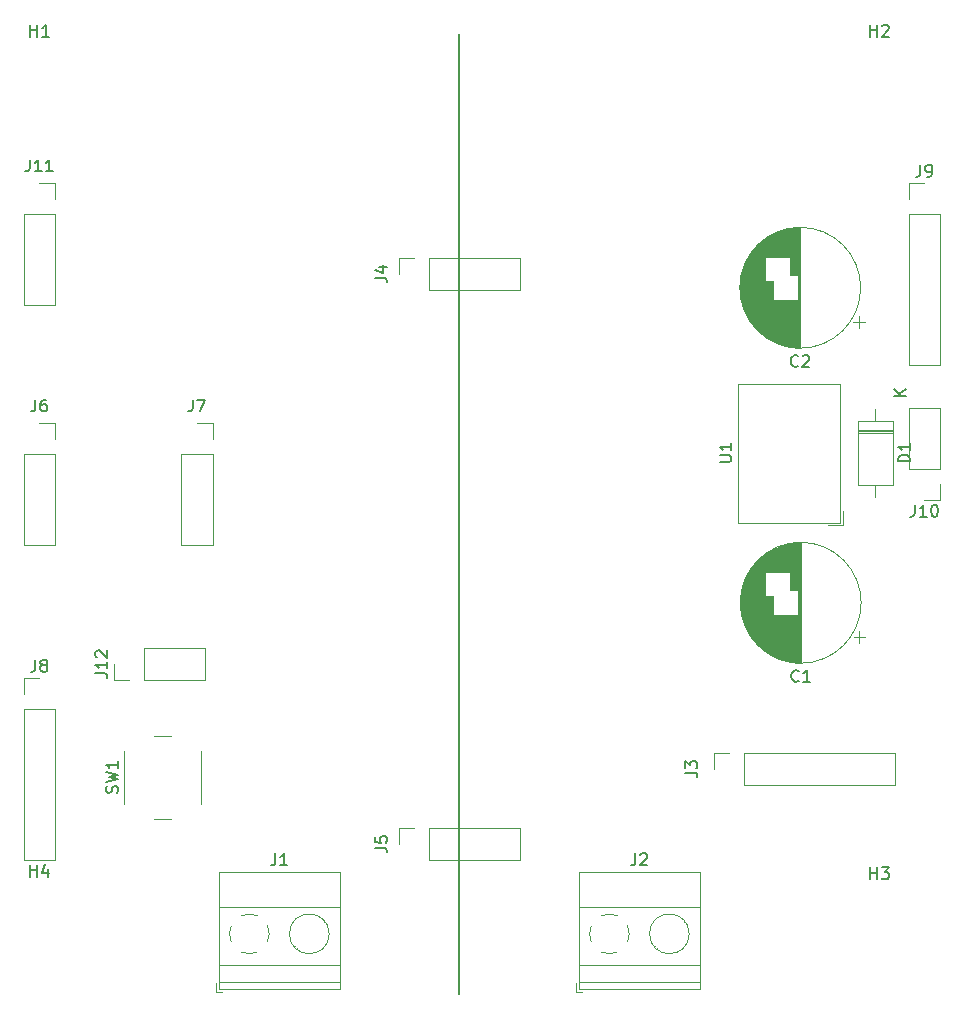
<source format=gto>
G04 #@! TF.GenerationSoftware,KiCad,Pcbnew,6.0.11-2627ca5db0~126~ubuntu20.04.1*
G04 #@! TF.CreationDate,2023-02-19T14:42:03+01:00*
G04 #@! TF.ProjectId,MQTTbug,4d515454-6275-4672-9e6b-696361645f70,rev?*
G04 #@! TF.SameCoordinates,Original*
G04 #@! TF.FileFunction,Legend,Top*
G04 #@! TF.FilePolarity,Positive*
%FSLAX46Y46*%
G04 Gerber Fmt 4.6, Leading zero omitted, Abs format (unit mm)*
G04 Created by KiCad (PCBNEW 6.0.11-2627ca5db0~126~ubuntu20.04.1) date 2023-02-19 14:42:03*
%MOMM*%
%LPD*%
G01*
G04 APERTURE LIST*
%ADD10C,0.150000*%
%ADD11C,0.120000*%
%ADD12R,1.700000X1.700000*%
%ADD13O,1.700000X1.700000*%
%ADD14R,2.200000X2.200000*%
%ADD15O,2.200000X2.200000*%
%ADD16R,2.300000X1.500000*%
%ADD17O,2.300000X1.500000*%
%ADD18C,2.000000*%
%ADD19R,2.600000X2.600000*%
%ADD20C,2.600000*%
%ADD21R,1.600000X1.600000*%
%ADD22C,1.600000*%
%ADD23C,4.300000*%
%ADD24O,1.600000X1.600000*%
%ADD25R,1.560000X1.560000*%
%ADD26C,1.560000*%
G04 APERTURE END LIST*
D10*
X93980000Y-53340000D02*
X93980000Y-134620000D01*
X58086666Y-84312380D02*
X58086666Y-85026666D01*
X58039047Y-85169523D01*
X57943809Y-85264761D01*
X57800952Y-85312380D01*
X57705714Y-85312380D01*
X58991428Y-84312380D02*
X58800952Y-84312380D01*
X58705714Y-84360000D01*
X58658095Y-84407619D01*
X58562857Y-84550476D01*
X58515238Y-84740952D01*
X58515238Y-85121904D01*
X58562857Y-85217142D01*
X58610476Y-85264761D01*
X58705714Y-85312380D01*
X58896190Y-85312380D01*
X58991428Y-85264761D01*
X59039047Y-85217142D01*
X59086666Y-85121904D01*
X59086666Y-84883809D01*
X59039047Y-84788571D01*
X58991428Y-84740952D01*
X58896190Y-84693333D01*
X58705714Y-84693333D01*
X58610476Y-84740952D01*
X58562857Y-84788571D01*
X58515238Y-84883809D01*
X132129880Y-89545095D02*
X131129880Y-89545095D01*
X131129880Y-89307000D01*
X131177500Y-89164142D01*
X131272738Y-89068904D01*
X131367976Y-89021285D01*
X131558452Y-88973666D01*
X131701309Y-88973666D01*
X131891785Y-89021285D01*
X131987023Y-89068904D01*
X132082261Y-89164142D01*
X132129880Y-89307000D01*
X132129880Y-89545095D01*
X132129880Y-88021285D02*
X132129880Y-88592714D01*
X132129880Y-88307000D02*
X131129880Y-88307000D01*
X131272738Y-88402238D01*
X131367976Y-88497476D01*
X131415595Y-88592714D01*
X131759880Y-83988904D02*
X130759880Y-83988904D01*
X131759880Y-83417476D02*
X131188452Y-83846047D01*
X130759880Y-83417476D02*
X131331309Y-83988904D01*
X116019880Y-89568904D02*
X116829404Y-89568904D01*
X116924642Y-89521285D01*
X116972261Y-89473666D01*
X117019880Y-89378428D01*
X117019880Y-89187952D01*
X116972261Y-89092714D01*
X116924642Y-89045095D01*
X116829404Y-88997476D01*
X116019880Y-88997476D01*
X117019880Y-87997476D02*
X117019880Y-88568904D01*
X117019880Y-88283190D02*
X116019880Y-88283190D01*
X116162738Y-88378428D01*
X116257976Y-88473666D01*
X116305595Y-88568904D01*
X65009761Y-117613333D02*
X65057380Y-117470476D01*
X65057380Y-117232380D01*
X65009761Y-117137142D01*
X64962142Y-117089523D01*
X64866904Y-117041904D01*
X64771666Y-117041904D01*
X64676428Y-117089523D01*
X64628809Y-117137142D01*
X64581190Y-117232380D01*
X64533571Y-117422857D01*
X64485952Y-117518095D01*
X64438333Y-117565714D01*
X64343095Y-117613333D01*
X64247857Y-117613333D01*
X64152619Y-117565714D01*
X64105000Y-117518095D01*
X64057380Y-117422857D01*
X64057380Y-117184761D01*
X64105000Y-117041904D01*
X64057380Y-116708571D02*
X65057380Y-116470476D01*
X64343095Y-116280000D01*
X65057380Y-116089523D01*
X64057380Y-115851428D01*
X65057380Y-114946666D02*
X65057380Y-115518095D01*
X65057380Y-115232380D02*
X64057380Y-115232380D01*
X64200238Y-115327619D01*
X64295476Y-115422857D01*
X64343095Y-115518095D01*
X58086666Y-106342380D02*
X58086666Y-107056666D01*
X58039047Y-107199523D01*
X57943809Y-107294761D01*
X57800952Y-107342380D01*
X57705714Y-107342380D01*
X58705714Y-106770952D02*
X58610476Y-106723333D01*
X58562857Y-106675714D01*
X58515238Y-106580476D01*
X58515238Y-106532857D01*
X58562857Y-106437619D01*
X58610476Y-106390000D01*
X58705714Y-106342380D01*
X58896190Y-106342380D01*
X58991428Y-106390000D01*
X59039047Y-106437619D01*
X59086666Y-106532857D01*
X59086666Y-106580476D01*
X59039047Y-106675714D01*
X58991428Y-106723333D01*
X58896190Y-106770952D01*
X58705714Y-106770952D01*
X58610476Y-106818571D01*
X58562857Y-106866190D01*
X58515238Y-106961428D01*
X58515238Y-107151904D01*
X58562857Y-107247142D01*
X58610476Y-107294761D01*
X58705714Y-107342380D01*
X58896190Y-107342380D01*
X58991428Y-107294761D01*
X59039047Y-107247142D01*
X59086666Y-107151904D01*
X59086666Y-106961428D01*
X59039047Y-106866190D01*
X58991428Y-106818571D01*
X58896190Y-106770952D01*
X133016666Y-64432380D02*
X133016666Y-65146666D01*
X132969047Y-65289523D01*
X132873809Y-65384761D01*
X132730952Y-65432380D01*
X132635714Y-65432380D01*
X133540476Y-65432380D02*
X133730952Y-65432380D01*
X133826190Y-65384761D01*
X133873809Y-65337142D01*
X133969047Y-65194285D01*
X134016666Y-65003809D01*
X134016666Y-64622857D01*
X133969047Y-64527619D01*
X133921428Y-64480000D01*
X133826190Y-64432380D01*
X133635714Y-64432380D01*
X133540476Y-64480000D01*
X133492857Y-64527619D01*
X133445238Y-64622857D01*
X133445238Y-64860952D01*
X133492857Y-64956190D01*
X133540476Y-65003809D01*
X133635714Y-65051428D01*
X133826190Y-65051428D01*
X133921428Y-65003809D01*
X133969047Y-64956190D01*
X134016666Y-64860952D01*
X113117380Y-115903333D02*
X113831666Y-115903333D01*
X113974523Y-115950952D01*
X114069761Y-116046190D01*
X114117380Y-116189047D01*
X114117380Y-116284285D01*
X113117380Y-115522380D02*
X113117380Y-114903333D01*
X113498333Y-115236666D01*
X113498333Y-115093809D01*
X113545952Y-114998571D01*
X113593571Y-114950952D01*
X113688809Y-114903333D01*
X113926904Y-114903333D01*
X114022142Y-114950952D01*
X114069761Y-114998571D01*
X114117380Y-115093809D01*
X114117380Y-115379523D01*
X114069761Y-115474761D01*
X114022142Y-115522380D01*
X78401666Y-122732380D02*
X78401666Y-123446666D01*
X78354047Y-123589523D01*
X78258809Y-123684761D01*
X78115952Y-123732380D01*
X78020714Y-123732380D01*
X79401666Y-123732380D02*
X78830238Y-123732380D01*
X79115952Y-123732380D02*
X79115952Y-122732380D01*
X79020714Y-122875238D01*
X78925476Y-122970476D01*
X78830238Y-123018095D01*
X122670833Y-81444142D02*
X122623214Y-81491761D01*
X122480357Y-81539380D01*
X122385119Y-81539380D01*
X122242261Y-81491761D01*
X122147023Y-81396523D01*
X122099404Y-81301285D01*
X122051785Y-81110809D01*
X122051785Y-80967952D01*
X122099404Y-80777476D01*
X122147023Y-80682238D01*
X122242261Y-80587000D01*
X122385119Y-80539380D01*
X122480357Y-80539380D01*
X122623214Y-80587000D01*
X122670833Y-80634619D01*
X123051785Y-80634619D02*
X123099404Y-80587000D01*
X123194642Y-80539380D01*
X123432738Y-80539380D01*
X123527976Y-80587000D01*
X123575595Y-80634619D01*
X123623214Y-80729857D01*
X123623214Y-80825095D01*
X123575595Y-80967952D01*
X123004166Y-81539380D01*
X123623214Y-81539380D01*
X57658095Y-124692380D02*
X57658095Y-123692380D01*
X57658095Y-124168571D02*
X58229523Y-124168571D01*
X58229523Y-124692380D02*
X58229523Y-123692380D01*
X59134285Y-124025714D02*
X59134285Y-124692380D01*
X58896190Y-123644761D02*
X58658095Y-124359047D01*
X59277142Y-124359047D01*
X57658095Y-53572380D02*
X57658095Y-52572380D01*
X57658095Y-53048571D02*
X58229523Y-53048571D01*
X58229523Y-53572380D02*
X58229523Y-52572380D01*
X59229523Y-53572380D02*
X58658095Y-53572380D01*
X58943809Y-53572380D02*
X58943809Y-52572380D01*
X58848571Y-52715238D01*
X58753333Y-52810476D01*
X58658095Y-52858095D01*
X57610476Y-63992380D02*
X57610476Y-64706666D01*
X57562857Y-64849523D01*
X57467619Y-64944761D01*
X57324761Y-64992380D01*
X57229523Y-64992380D01*
X58610476Y-64992380D02*
X58039047Y-64992380D01*
X58324761Y-64992380D02*
X58324761Y-63992380D01*
X58229523Y-64135238D01*
X58134285Y-64230476D01*
X58039047Y-64278095D01*
X59562857Y-64992380D02*
X58991428Y-64992380D01*
X59277142Y-64992380D02*
X59277142Y-63992380D01*
X59181904Y-64135238D01*
X59086666Y-64230476D01*
X58991428Y-64278095D01*
X128778095Y-124912380D02*
X128778095Y-123912380D01*
X128778095Y-124388571D02*
X129349523Y-124388571D01*
X129349523Y-124912380D02*
X129349523Y-123912380D01*
X129730476Y-123912380D02*
X130349523Y-123912380D01*
X130016190Y-124293333D01*
X130159047Y-124293333D01*
X130254285Y-124340952D01*
X130301904Y-124388571D01*
X130349523Y-124483809D01*
X130349523Y-124721904D01*
X130301904Y-124817142D01*
X130254285Y-124864761D01*
X130159047Y-124912380D01*
X129873333Y-124912380D01*
X129778095Y-124864761D01*
X129730476Y-124817142D01*
X86852380Y-73993333D02*
X87566666Y-73993333D01*
X87709523Y-74040952D01*
X87804761Y-74136190D01*
X87852380Y-74279047D01*
X87852380Y-74374285D01*
X87185714Y-73088571D02*
X87852380Y-73088571D01*
X86804761Y-73326666D02*
X87519047Y-73564761D01*
X87519047Y-72945714D01*
X86852380Y-122253333D02*
X87566666Y-122253333D01*
X87709523Y-122300952D01*
X87804761Y-122396190D01*
X87852380Y-122539047D01*
X87852380Y-122634285D01*
X86852380Y-121300952D02*
X86852380Y-121777142D01*
X87328571Y-121824761D01*
X87280952Y-121777142D01*
X87233333Y-121681904D01*
X87233333Y-121443809D01*
X87280952Y-121348571D01*
X87328571Y-121300952D01*
X87423809Y-121253333D01*
X87661904Y-121253333D01*
X87757142Y-121300952D01*
X87804761Y-121348571D01*
X87852380Y-121443809D01*
X87852380Y-121681904D01*
X87804761Y-121777142D01*
X87757142Y-121824761D01*
X63162380Y-107489523D02*
X63876666Y-107489523D01*
X64019523Y-107537142D01*
X64114761Y-107632380D01*
X64162380Y-107775238D01*
X64162380Y-107870476D01*
X64162380Y-106489523D02*
X64162380Y-107060952D01*
X64162380Y-106775238D02*
X63162380Y-106775238D01*
X63305238Y-106870476D01*
X63400476Y-106965714D01*
X63448095Y-107060952D01*
X63257619Y-106108571D02*
X63210000Y-106060952D01*
X63162380Y-105965714D01*
X63162380Y-105727619D01*
X63210000Y-105632380D01*
X63257619Y-105584761D01*
X63352857Y-105537142D01*
X63448095Y-105537142D01*
X63590952Y-105584761D01*
X64162380Y-106156190D01*
X64162380Y-105537142D01*
X122710833Y-108114142D02*
X122663214Y-108161761D01*
X122520357Y-108209380D01*
X122425119Y-108209380D01*
X122282261Y-108161761D01*
X122187023Y-108066523D01*
X122139404Y-107971285D01*
X122091785Y-107780809D01*
X122091785Y-107637952D01*
X122139404Y-107447476D01*
X122187023Y-107352238D01*
X122282261Y-107257000D01*
X122425119Y-107209380D01*
X122520357Y-107209380D01*
X122663214Y-107257000D01*
X122710833Y-107304619D01*
X123663214Y-108209380D02*
X123091785Y-108209380D01*
X123377500Y-108209380D02*
X123377500Y-107209380D01*
X123282261Y-107352238D01*
X123187023Y-107447476D01*
X123091785Y-107495095D01*
X128778095Y-53572380D02*
X128778095Y-52572380D01*
X128778095Y-53048571D02*
X129349523Y-53048571D01*
X129349523Y-53572380D02*
X129349523Y-52572380D01*
X129778095Y-52667619D02*
X129825714Y-52620000D01*
X129920952Y-52572380D01*
X130159047Y-52572380D01*
X130254285Y-52620000D01*
X130301904Y-52667619D01*
X130349523Y-52762857D01*
X130349523Y-52858095D01*
X130301904Y-53000952D01*
X129730476Y-53572380D01*
X130349523Y-53572380D01*
X108886666Y-122732380D02*
X108886666Y-123446666D01*
X108839047Y-123589523D01*
X108743809Y-123684761D01*
X108600952Y-123732380D01*
X108505714Y-123732380D01*
X109315238Y-122827619D02*
X109362857Y-122780000D01*
X109458095Y-122732380D01*
X109696190Y-122732380D01*
X109791428Y-122780000D01*
X109839047Y-122827619D01*
X109886666Y-122922857D01*
X109886666Y-123018095D01*
X109839047Y-123160952D01*
X109267619Y-123732380D01*
X109886666Y-123732380D01*
X71421666Y-84312380D02*
X71421666Y-85026666D01*
X71374047Y-85169523D01*
X71278809Y-85264761D01*
X71135952Y-85312380D01*
X71040714Y-85312380D01*
X71802619Y-84312380D02*
X72469285Y-84312380D01*
X72040714Y-85312380D01*
X132540476Y-93222380D02*
X132540476Y-93936666D01*
X132492857Y-94079523D01*
X132397619Y-94174761D01*
X132254761Y-94222380D01*
X132159523Y-94222380D01*
X133540476Y-94222380D02*
X132969047Y-94222380D01*
X133254761Y-94222380D02*
X133254761Y-93222380D01*
X133159523Y-93365238D01*
X133064285Y-93460476D01*
X132969047Y-93508095D01*
X134159523Y-93222380D02*
X134254761Y-93222380D01*
X134350000Y-93270000D01*
X134397619Y-93317619D01*
X134445238Y-93412857D01*
X134492857Y-93603333D01*
X134492857Y-93841428D01*
X134445238Y-94031904D01*
X134397619Y-94127142D01*
X134350000Y-94174761D01*
X134254761Y-94222380D01*
X134159523Y-94222380D01*
X134064285Y-94174761D01*
X134016666Y-94127142D01*
X133969047Y-94031904D01*
X133921428Y-93841428D01*
X133921428Y-93603333D01*
X133969047Y-93412857D01*
X134016666Y-93317619D01*
X134064285Y-93270000D01*
X134159523Y-93222380D01*
D11*
X57090000Y-88900000D02*
X59750000Y-88900000D01*
X57090000Y-96580000D02*
X59750000Y-96580000D01*
X59750000Y-88900000D02*
X59750000Y-96580000D01*
X59750000Y-86300000D02*
X59750000Y-87630000D01*
X57090000Y-88900000D02*
X57090000Y-96580000D01*
X58420000Y-86300000D02*
X59750000Y-86300000D01*
X130677500Y-86867000D02*
X127737500Y-86867000D01*
X130677500Y-87107000D02*
X127737500Y-87107000D01*
X130677500Y-86087000D02*
X127737500Y-86087000D01*
X130677500Y-86987000D02*
X127737500Y-86987000D01*
X129207500Y-85067000D02*
X129207500Y-86087000D01*
X130677500Y-91527000D02*
X130677500Y-86087000D01*
X129207500Y-92547000D02*
X129207500Y-91527000D01*
X127737500Y-86087000D02*
X127737500Y-91527000D01*
X127737500Y-91527000D02*
X130677500Y-91527000D01*
X117567500Y-94718000D02*
X126187500Y-94718000D01*
X125187500Y-94958000D02*
X126427500Y-94958000D01*
X126427500Y-94958000D02*
X126427500Y-93718000D01*
X117567500Y-94718000D02*
X117567500Y-82997000D01*
X117567500Y-82997000D02*
X126187500Y-82997000D01*
X126187500Y-94718000D02*
X126187500Y-82997000D01*
X68105000Y-119780000D02*
X69605000Y-119780000D01*
X65605000Y-114030000D02*
X65605000Y-118530000D01*
X72105000Y-118530000D02*
X72105000Y-114030000D01*
X69605000Y-112780000D02*
X68105000Y-112780000D01*
X57090000Y-107890000D02*
X58420000Y-107890000D01*
X57090000Y-110490000D02*
X59750000Y-110490000D01*
X57090000Y-109220000D02*
X57090000Y-107890000D01*
X57090000Y-123250000D02*
X59750000Y-123250000D01*
X59750000Y-110490000D02*
X59750000Y-123250000D01*
X57090000Y-110490000D02*
X57090000Y-123250000D01*
X132020000Y-68580000D02*
X132020000Y-81340000D01*
X132020000Y-81340000D02*
X134680000Y-81340000D01*
X134680000Y-68580000D02*
X134680000Y-81340000D01*
X132020000Y-68580000D02*
X134680000Y-68580000D01*
X132020000Y-65980000D02*
X133350000Y-65980000D01*
X132020000Y-67310000D02*
X132020000Y-65980000D01*
X118110000Y-114240000D02*
X130870000Y-114240000D01*
X115510000Y-115570000D02*
X115510000Y-114240000D01*
X118110000Y-116900000D02*
X130870000Y-116900000D01*
X130870000Y-116900000D02*
X130870000Y-114240000D01*
X118110000Y-116900000D02*
X118110000Y-114240000D01*
X115510000Y-114240000D02*
X116840000Y-114240000D01*
X73595000Y-134200000D02*
X83875000Y-134200000D01*
X73595000Y-132140000D02*
X83875000Y-132140000D01*
X73595000Y-124279000D02*
X73595000Y-134200000D01*
X73595000Y-127239000D02*
X83875000Y-127239000D01*
X83875000Y-124279000D02*
X83875000Y-134200000D01*
X73355000Y-133700000D02*
X73355000Y-134440000D01*
X73595000Y-133640000D02*
X83875000Y-133640000D01*
X80241000Y-130779000D02*
X80206000Y-130814000D01*
X82550000Y-128471000D02*
X82503000Y-128517000D01*
X80048000Y-130563000D02*
X80001000Y-130609000D01*
X73355000Y-134440000D02*
X73855000Y-134440000D01*
X73595000Y-124279000D02*
X83875000Y-124279000D01*
X82345000Y-128265000D02*
X82310000Y-128301000D01*
X76195000Y-131220000D02*
G75*
G03*
X76878318Y-131074756I0J1680000D01*
G01*
X75511000Y-131075000D02*
G75*
G03*
X76223805Y-131220253I683999J1535001D01*
G01*
X74660000Y-128856000D02*
G75*
G03*
X74659573Y-130223042I1534993J-684001D01*
G01*
X76879000Y-128005000D02*
G75*
G03*
X75511958Y-128004573I-684001J-1534993D01*
G01*
X77730001Y-130224000D02*
G75*
G03*
X77730427Y-128856958I-1535001J684000D01*
G01*
X82955000Y-129540000D02*
G75*
G03*
X82955000Y-129540000I-1680000J0D01*
G01*
X119796500Y-78917000D02*
X119796500Y-70757000D01*
X119196500Y-78398000D02*
X119196500Y-71276000D01*
X119476500Y-78661000D02*
X119476500Y-71013000D01*
X120916500Y-79544000D02*
X120916500Y-75877000D01*
X121756500Y-79802000D02*
X121756500Y-75877000D01*
X121716500Y-79793000D02*
X121716500Y-75877000D01*
X120436500Y-72197000D02*
X120436500Y-70354000D01*
X122036500Y-73797000D02*
X122036500Y-69819000D01*
X120316500Y-72197000D02*
X120316500Y-70420000D01*
X119396500Y-78590000D02*
X119396500Y-71084000D01*
X119316500Y-78516000D02*
X119316500Y-71158000D01*
X120956500Y-72197000D02*
X120956500Y-70114000D01*
X120596500Y-79401000D02*
X120596500Y-75877000D01*
X121596500Y-79765000D02*
X121596500Y-75877000D01*
X120116500Y-72197000D02*
X120116500Y-70539000D01*
X119916500Y-79003000D02*
X119916500Y-74277000D01*
X120316500Y-79254000D02*
X120316500Y-74277000D01*
X121076500Y-79605000D02*
X121076500Y-75877000D01*
X120236500Y-72197000D02*
X120236500Y-70466000D01*
X119276500Y-78477000D02*
X119276500Y-71197000D01*
X121276500Y-79674000D02*
X121276500Y-75877000D01*
X121796500Y-79811000D02*
X121796500Y-75877000D01*
X121956500Y-79841000D02*
X121956500Y-75877000D01*
X117916500Y-76215000D02*
X117916500Y-73459000D01*
X122317500Y-73797000D02*
X122317500Y-69783000D01*
X118756500Y-77891000D02*
X118756500Y-71783000D01*
X121876500Y-72197000D02*
X121876500Y-69847000D01*
X120196500Y-79184000D02*
X120196500Y-74277000D01*
X120876500Y-79527000D02*
X120876500Y-75877000D01*
X121756500Y-72197000D02*
X121756500Y-69872000D01*
X119876500Y-78975000D02*
X119876500Y-74277000D01*
X121236500Y-79661000D02*
X121236500Y-75877000D01*
X128317146Y-77712000D02*
X127317146Y-77712000D01*
X118356500Y-77276000D02*
X118356500Y-72398000D01*
X121316500Y-72197000D02*
X121316500Y-69987000D01*
X120636500Y-72197000D02*
X120636500Y-70253000D01*
X122637500Y-79914000D02*
X122637500Y-69760000D01*
X117956500Y-76347000D02*
X117956500Y-73327000D01*
X122076500Y-73797000D02*
X122076500Y-69813000D01*
X117876500Y-76067000D02*
X117876500Y-73607000D01*
X119876500Y-72197000D02*
X119876500Y-70699000D01*
X119036500Y-78229000D02*
X119036500Y-71445000D01*
X120556500Y-79382000D02*
X120556500Y-75877000D01*
X121996500Y-73797000D02*
X121996500Y-69826000D01*
X121556500Y-72197000D02*
X121556500Y-69919000D01*
X119236500Y-78438000D02*
X119236500Y-71236000D01*
X119356500Y-78553000D02*
X119356500Y-71121000D01*
X119676500Y-78826000D02*
X119676500Y-70848000D01*
X122677500Y-79915000D02*
X122677500Y-69759000D01*
X121156500Y-79634000D02*
X121156500Y-75877000D01*
X119916500Y-72197000D02*
X119916500Y-70671000D01*
X120196500Y-72197000D02*
X120196500Y-70490000D01*
X122357500Y-79895000D02*
X122357500Y-75877000D01*
X121036500Y-79591000D02*
X121036500Y-75877000D01*
X121156500Y-72197000D02*
X121156500Y-70040000D01*
X120396500Y-72197000D02*
X120396500Y-70375000D01*
X119116500Y-78315000D02*
X119116500Y-71359000D01*
X120836500Y-79511000D02*
X120836500Y-75877000D01*
X118276500Y-77126000D02*
X118276500Y-72548000D01*
X122116500Y-79867000D02*
X122116500Y-75877000D01*
X119956500Y-72197000D02*
X119956500Y-70643000D01*
X120996500Y-72197000D02*
X120996500Y-70099000D01*
X120796500Y-79494000D02*
X120796500Y-75877000D01*
X122597500Y-73797000D02*
X122597500Y-69762000D01*
X118316500Y-77202000D02*
X118316500Y-72472000D01*
X122557500Y-73797000D02*
X122557500Y-69764000D01*
X121116500Y-72197000D02*
X121116500Y-70054000D01*
X119076500Y-78273000D02*
X119076500Y-71401000D01*
X118916500Y-78091000D02*
X118916500Y-71583000D01*
X118116500Y-76781000D02*
X118116500Y-72893000D01*
X122237500Y-79882000D02*
X122237500Y-75877000D01*
X119556500Y-78729000D02*
X119556500Y-70945000D01*
X118476500Y-77482000D02*
X118476500Y-72192000D01*
X121076500Y-72197000D02*
X121076500Y-70069000D01*
X122157500Y-73797000D02*
X122157500Y-69802000D01*
X120036500Y-79084000D02*
X120036500Y-74277000D01*
X120276500Y-79232000D02*
X120276500Y-74277000D01*
X120756500Y-72197000D02*
X120756500Y-70198000D01*
X122757500Y-79917000D02*
X122757500Y-69757000D01*
X121956500Y-73797000D02*
X121956500Y-69833000D01*
X119516500Y-78695000D02*
X119516500Y-70979000D01*
X121836500Y-72197000D02*
X121836500Y-69855000D01*
X119596500Y-78762000D02*
X119596500Y-70912000D01*
X120836500Y-72197000D02*
X120836500Y-70163000D01*
X120956500Y-79560000D02*
X120956500Y-75877000D01*
X117796500Y-75699000D02*
X117796500Y-73975000D01*
X122197500Y-79877000D02*
X122197500Y-75877000D01*
X119636500Y-78794000D02*
X119636500Y-70880000D01*
X122437500Y-73797000D02*
X122437500Y-69772000D01*
X121476500Y-79734000D02*
X121476500Y-75877000D01*
X120996500Y-79575000D02*
X120996500Y-75877000D01*
X122717500Y-79916000D02*
X122717500Y-69758000D01*
X121476500Y-72197000D02*
X121476500Y-69940000D01*
X118156500Y-76874000D02*
X118156500Y-72800000D01*
X121356500Y-79699000D02*
X121356500Y-75877000D01*
X118036500Y-76579000D02*
X118036500Y-73095000D01*
X122477500Y-73797000D02*
X122477500Y-69769000D01*
X120076500Y-72197000D02*
X120076500Y-70564000D01*
X118956500Y-78138000D02*
X118956500Y-71536000D01*
X118716500Y-77837000D02*
X118716500Y-71837000D01*
X120716500Y-79458000D02*
X120716500Y-75877000D01*
X120036500Y-72197000D02*
X120036500Y-70590000D01*
X118996500Y-78184000D02*
X118996500Y-71490000D01*
X120556500Y-72197000D02*
X120556500Y-70292000D01*
X120636500Y-79421000D02*
X120636500Y-75877000D01*
X118076500Y-76683000D02*
X118076500Y-72991000D01*
X121996500Y-79848000D02*
X121996500Y-75877000D01*
X120156500Y-79160000D02*
X120156500Y-74277000D01*
X121516500Y-72197000D02*
X121516500Y-69930000D01*
X122116500Y-73797000D02*
X122116500Y-69807000D01*
X121636500Y-79775000D02*
X121636500Y-75877000D01*
X122237500Y-73797000D02*
X122237500Y-69792000D01*
X122517500Y-79907000D02*
X122517500Y-75877000D01*
X120276500Y-72197000D02*
X120276500Y-70442000D01*
X118556500Y-77607000D02*
X118556500Y-72067000D01*
X121596500Y-72197000D02*
X121596500Y-69909000D01*
X118396500Y-77347000D02*
X118396500Y-72327000D01*
X122357500Y-73797000D02*
X122357500Y-69779000D01*
X120596500Y-72197000D02*
X120596500Y-70273000D01*
X121556500Y-79755000D02*
X121556500Y-75877000D01*
X121436500Y-79722000D02*
X121436500Y-75877000D01*
X120756500Y-79476000D02*
X120756500Y-75877000D01*
X121196500Y-79648000D02*
X121196500Y-75877000D01*
X121916500Y-72197000D02*
X121916500Y-69840000D01*
X122157500Y-79872000D02*
X122157500Y-75877000D01*
X117996500Y-76467000D02*
X117996500Y-73207000D01*
X122197500Y-73797000D02*
X122197500Y-69797000D01*
X120676500Y-72197000D02*
X120676500Y-70234000D01*
X120516500Y-72197000D02*
X120516500Y-70312000D01*
X120796500Y-72197000D02*
X120796500Y-70180000D01*
X119836500Y-78947000D02*
X119836500Y-70727000D01*
X120116500Y-79135000D02*
X120116500Y-74277000D01*
X121236500Y-72197000D02*
X121236500Y-70013000D01*
X118196500Y-76962000D02*
X118196500Y-72712000D01*
X122277500Y-73797000D02*
X122277500Y-69787000D01*
X122036500Y-79855000D02*
X122036500Y-75877000D01*
X121516500Y-79744000D02*
X121516500Y-75877000D01*
X120356500Y-79277000D02*
X120356500Y-74277000D01*
X121396500Y-79711000D02*
X121396500Y-75877000D01*
X118236500Y-77046000D02*
X118236500Y-72628000D01*
X120356500Y-72197000D02*
X120356500Y-70397000D01*
X122557500Y-79910000D02*
X122557500Y-75877000D01*
X121876500Y-79827000D02*
X121876500Y-75877000D01*
X121396500Y-72197000D02*
X121396500Y-69963000D01*
X120676500Y-79440000D02*
X120676500Y-75877000D01*
X122517500Y-73797000D02*
X122517500Y-69767000D01*
X122397500Y-73797000D02*
X122397500Y-69775000D01*
X122397500Y-79899000D02*
X122397500Y-75877000D01*
X121276500Y-72197000D02*
X121276500Y-70000000D01*
X121356500Y-72197000D02*
X121356500Y-69975000D01*
X121836500Y-79819000D02*
X121836500Y-75877000D01*
X118876500Y-78043000D02*
X118876500Y-71631000D01*
X119996500Y-72197000D02*
X119996500Y-70616000D01*
X121796500Y-72197000D02*
X121796500Y-69863000D01*
X121676500Y-72197000D02*
X121676500Y-69890000D01*
X121676500Y-79784000D02*
X121676500Y-75877000D01*
X120876500Y-72197000D02*
X120876500Y-70147000D01*
X118596500Y-77667000D02*
X118596500Y-72007000D01*
X121116500Y-79620000D02*
X121116500Y-75877000D01*
X120716500Y-72197000D02*
X120716500Y-70216000D01*
X117756500Y-75436000D02*
X117756500Y-74238000D01*
X122277500Y-79887000D02*
X122277500Y-75877000D01*
X120916500Y-72197000D02*
X120916500Y-70130000D01*
X120516500Y-79362000D02*
X120516500Y-74277000D01*
X120436500Y-79320000D02*
X120436500Y-74277000D01*
X120156500Y-72197000D02*
X120156500Y-70514000D01*
X119156500Y-78357000D02*
X119156500Y-71317000D01*
X118796500Y-77943000D02*
X118796500Y-71731000D01*
X120236500Y-79208000D02*
X120236500Y-74277000D01*
X118516500Y-77546000D02*
X118516500Y-72128000D01*
X119436500Y-78626000D02*
X119436500Y-71048000D01*
X120476500Y-72197000D02*
X120476500Y-70333000D01*
X121916500Y-79834000D02*
X121916500Y-75877000D01*
X127817146Y-78212000D02*
X127817146Y-77212000D01*
X122437500Y-79902000D02*
X122437500Y-75877000D01*
X121196500Y-72197000D02*
X121196500Y-70026000D01*
X122837500Y-79917000D02*
X122837500Y-69757000D01*
X121716500Y-72197000D02*
X121716500Y-69881000D01*
X122076500Y-79861000D02*
X122076500Y-75877000D01*
X122797500Y-79917000D02*
X122797500Y-69757000D01*
X120076500Y-79110000D02*
X120076500Y-74277000D01*
X122317500Y-79891000D02*
X122317500Y-75877000D01*
X121316500Y-79687000D02*
X121316500Y-75877000D01*
X120476500Y-79341000D02*
X120476500Y-74277000D01*
X119996500Y-79058000D02*
X119996500Y-74277000D01*
X120396500Y-79299000D02*
X120396500Y-74277000D01*
X121436500Y-72197000D02*
X121436500Y-69952000D01*
X118676500Y-77782000D02*
X118676500Y-71892000D01*
X121636500Y-72197000D02*
X121636500Y-69899000D01*
X118636500Y-77726000D02*
X118636500Y-71948000D01*
X118836500Y-77993000D02*
X118836500Y-71681000D01*
X119756500Y-78887000D02*
X119756500Y-70787000D01*
X118436500Y-77416000D02*
X118436500Y-72258000D01*
X122597500Y-79912000D02*
X122597500Y-75877000D01*
X119956500Y-79031000D02*
X119956500Y-74277000D01*
X117836500Y-75899000D02*
X117836500Y-73775000D01*
X119716500Y-78857000D02*
X119716500Y-70817000D01*
X121036500Y-72197000D02*
X121036500Y-70083000D01*
X122477500Y-79905000D02*
X122477500Y-75877000D01*
X127957500Y-74837000D02*
G75*
G03*
X127957500Y-74837000I-5120000J0D01*
G01*
X58420000Y-65980000D02*
X59750000Y-65980000D01*
X57090000Y-76260000D02*
X59750000Y-76260000D01*
X57090000Y-68580000D02*
X57090000Y-76260000D01*
X59750000Y-65980000D02*
X59750000Y-67310000D01*
X59750000Y-68580000D02*
X59750000Y-76260000D01*
X57090000Y-68580000D02*
X59750000Y-68580000D01*
X91440000Y-74990000D02*
X91440000Y-72330000D01*
X91440000Y-72330000D02*
X99120000Y-72330000D01*
X88840000Y-73660000D02*
X88840000Y-72330000D01*
X99120000Y-74990000D02*
X99120000Y-72330000D01*
X91440000Y-74990000D02*
X99120000Y-74990000D01*
X88840000Y-72330000D02*
X90170000Y-72330000D01*
X91440000Y-123250000D02*
X91440000Y-120590000D01*
X88840000Y-120590000D02*
X90170000Y-120590000D01*
X88840000Y-121920000D02*
X88840000Y-120590000D01*
X91440000Y-123250000D02*
X99120000Y-123250000D01*
X91440000Y-120590000D02*
X99120000Y-120590000D01*
X99120000Y-123250000D02*
X99120000Y-120590000D01*
X66040000Y-108010000D02*
X64710000Y-108010000D01*
X72450000Y-108010000D02*
X72450000Y-105350000D01*
X67310000Y-108010000D02*
X67310000Y-105350000D01*
X64710000Y-108010000D02*
X64710000Y-106680000D01*
X67310000Y-108010000D02*
X72450000Y-108010000D01*
X67310000Y-105350000D02*
X72450000Y-105350000D01*
X118556500Y-104216000D02*
X118556500Y-98798000D01*
X120076500Y-105754000D02*
X120076500Y-100947000D01*
X121076500Y-98867000D02*
X121076500Y-96753000D01*
X122076500Y-100467000D02*
X122076500Y-96489000D01*
X118916500Y-104713000D02*
X118916500Y-98301000D01*
X122116500Y-106531000D02*
X122116500Y-102547000D01*
X122357500Y-100467000D02*
X122357500Y-96453000D01*
X119276500Y-105108000D02*
X119276500Y-97906000D01*
X120396500Y-98867000D02*
X120396500Y-97067000D01*
X122837500Y-106587000D02*
X122837500Y-96427000D01*
X120916500Y-98867000D02*
X120916500Y-96817000D01*
X120716500Y-106110000D02*
X120716500Y-102547000D01*
X122797500Y-106587000D02*
X122797500Y-96427000D01*
X122597500Y-106580000D02*
X122597500Y-102547000D01*
X121316500Y-106344000D02*
X121316500Y-102547000D01*
X121556500Y-98867000D02*
X121556500Y-96600000D01*
X118436500Y-104017000D02*
X118436500Y-98997000D01*
X120516500Y-106011000D02*
X120516500Y-100947000D01*
X122076500Y-106525000D02*
X122076500Y-102547000D01*
X121196500Y-98867000D02*
X121196500Y-96710000D01*
X119716500Y-105496000D02*
X119716500Y-97518000D01*
X120756500Y-98867000D02*
X120756500Y-96886000D01*
X120116500Y-98867000D02*
X120116500Y-97234000D01*
X118356500Y-103872000D02*
X118356500Y-99142000D01*
X121036500Y-98867000D02*
X121036500Y-96769000D01*
X119516500Y-105331000D02*
X119516500Y-97683000D01*
X122637500Y-100467000D02*
X122637500Y-96432000D01*
X118956500Y-104761000D02*
X118956500Y-98253000D01*
X120756500Y-106128000D02*
X120756500Y-102547000D01*
X122197500Y-100467000D02*
X122197500Y-96472000D01*
X117916500Y-102737000D02*
X117916500Y-100277000D01*
X122397500Y-100467000D02*
X122397500Y-96449000D01*
X118116500Y-103353000D02*
X118116500Y-99661000D01*
X120196500Y-105830000D02*
X120196500Y-100947000D01*
X122156500Y-106537000D02*
X122156500Y-102547000D01*
X121476500Y-98867000D02*
X121476500Y-96622000D01*
X122637500Y-106582000D02*
X122637500Y-102547000D01*
X120996500Y-106230000D02*
X120996500Y-102547000D01*
X121876500Y-106489000D02*
X121876500Y-102547000D01*
X121636500Y-106435000D02*
X121636500Y-102547000D01*
X121836500Y-106481000D02*
X121836500Y-102547000D01*
X120436500Y-105969000D02*
X120436500Y-100947000D01*
X120916500Y-106197000D02*
X120916500Y-102547000D01*
X120516500Y-98867000D02*
X120516500Y-97003000D01*
X120876500Y-98867000D02*
X120876500Y-96833000D01*
X120156500Y-98867000D02*
X120156500Y-97209000D01*
X121396500Y-106369000D02*
X121396500Y-102547000D01*
X122116500Y-100467000D02*
X122116500Y-96483000D01*
X117996500Y-103017000D02*
X117996500Y-99997000D01*
X120956500Y-98867000D02*
X120956500Y-96800000D01*
X121676500Y-98867000D02*
X121676500Y-96569000D01*
X120996500Y-98867000D02*
X120996500Y-96784000D01*
X120156500Y-105805000D02*
X120156500Y-100947000D01*
X121476500Y-106392000D02*
X121476500Y-102547000D01*
X122357500Y-106561000D02*
X122357500Y-102547000D01*
X119116500Y-104943000D02*
X119116500Y-98071000D01*
X117796500Y-102106000D02*
X117796500Y-100908000D01*
X122877500Y-106587000D02*
X122877500Y-96427000D01*
X121956500Y-106504000D02*
X121956500Y-102547000D01*
X119676500Y-105464000D02*
X119676500Y-97550000D01*
X122317500Y-100467000D02*
X122317500Y-96457000D01*
X121676500Y-106445000D02*
X121676500Y-102547000D01*
X120316500Y-98867000D02*
X120316500Y-97112000D01*
X122677500Y-106584000D02*
X122677500Y-96430000D01*
X121716500Y-98867000D02*
X121716500Y-96560000D01*
X120236500Y-105854000D02*
X120236500Y-100947000D01*
X121236500Y-106318000D02*
X121236500Y-102547000D01*
X121916500Y-106497000D02*
X121916500Y-102547000D01*
X118676500Y-104396000D02*
X118676500Y-98618000D01*
X127857146Y-104882000D02*
X127857146Y-103882000D01*
X122517500Y-100467000D02*
X122517500Y-96439000D01*
X120436500Y-98867000D02*
X120436500Y-97045000D01*
X121916500Y-98867000D02*
X121916500Y-96517000D01*
X121716500Y-106454000D02*
X121716500Y-102547000D01*
X118156500Y-103451000D02*
X118156500Y-99563000D01*
X118516500Y-104152000D02*
X118516500Y-98862000D01*
X119916500Y-105645000D02*
X119916500Y-100947000D01*
X121836500Y-98867000D02*
X121836500Y-96533000D01*
X120036500Y-98867000D02*
X120036500Y-97286000D01*
X120676500Y-98867000D02*
X120676500Y-96923000D01*
X121956500Y-98867000D02*
X121956500Y-96510000D01*
X119356500Y-105186000D02*
X119356500Y-97828000D01*
X121116500Y-98867000D02*
X121116500Y-96739000D01*
X122036500Y-100467000D02*
X122036500Y-96496000D01*
X122597500Y-100467000D02*
X122597500Y-96434000D01*
X119636500Y-105432000D02*
X119636500Y-97582000D01*
X122517500Y-106575000D02*
X122517500Y-102547000D01*
X122717500Y-106585000D02*
X122717500Y-96429000D01*
X118596500Y-104277000D02*
X118596500Y-98737000D01*
X120476500Y-98867000D02*
X120476500Y-97024000D01*
X122437500Y-100467000D02*
X122437500Y-96445000D01*
X121516500Y-106404000D02*
X121516500Y-102547000D01*
X120836500Y-106164000D02*
X120836500Y-102547000D01*
X121516500Y-98867000D02*
X121516500Y-96610000D01*
X119156500Y-104985000D02*
X119156500Y-98029000D01*
X121436500Y-98867000D02*
X121436500Y-96633000D01*
X122397500Y-106565000D02*
X122397500Y-102547000D01*
X121356500Y-106357000D02*
X121356500Y-102547000D01*
X117836500Y-102369000D02*
X117836500Y-100645000D01*
X119076500Y-104899000D02*
X119076500Y-98115000D01*
X119836500Y-105587000D02*
X119836500Y-97427000D01*
X118876500Y-104663000D02*
X118876500Y-98351000D01*
X119036500Y-104854000D02*
X119036500Y-98160000D01*
X119476500Y-105296000D02*
X119476500Y-97718000D01*
X121436500Y-106381000D02*
X121436500Y-102547000D01*
X117876500Y-102569000D02*
X117876500Y-100445000D01*
X121196500Y-106304000D02*
X121196500Y-102547000D01*
X119956500Y-105673000D02*
X119956500Y-100947000D01*
X122197500Y-106542000D02*
X122197500Y-102547000D01*
X120076500Y-98867000D02*
X120076500Y-97260000D01*
X120476500Y-105990000D02*
X120476500Y-100947000D01*
X120676500Y-106091000D02*
X120676500Y-102547000D01*
X121596500Y-106425000D02*
X121596500Y-102547000D01*
X121756500Y-98867000D02*
X121756500Y-96551000D01*
X117956500Y-102885000D02*
X117956500Y-100129000D01*
X121396500Y-98867000D02*
X121396500Y-96645000D01*
X120716500Y-98867000D02*
X120716500Y-96904000D01*
X119996500Y-98867000D02*
X119996500Y-97313000D01*
X120396500Y-105947000D02*
X120396500Y-100947000D01*
X122557500Y-106577000D02*
X122557500Y-102547000D01*
X120796500Y-98867000D02*
X120796500Y-96868000D01*
X121316500Y-98867000D02*
X121316500Y-96670000D01*
X119436500Y-105260000D02*
X119436500Y-97754000D01*
X118996500Y-104808000D02*
X118996500Y-98206000D01*
X119316500Y-105147000D02*
X119316500Y-97867000D01*
X122437500Y-106569000D02*
X122437500Y-102547000D01*
X120596500Y-106052000D02*
X120596500Y-102547000D01*
X118036500Y-103137000D02*
X118036500Y-99877000D01*
X121756500Y-106463000D02*
X121756500Y-102547000D01*
X119756500Y-105527000D02*
X119756500Y-97487000D01*
X119796500Y-105557000D02*
X119796500Y-97457000D01*
X119956500Y-98867000D02*
X119956500Y-97341000D01*
X121036500Y-106245000D02*
X121036500Y-102547000D01*
X128357146Y-104382000D02*
X127357146Y-104382000D01*
X121356500Y-98867000D02*
X121356500Y-96657000D01*
X120356500Y-105924000D02*
X120356500Y-100947000D01*
X118276500Y-103716000D02*
X118276500Y-99298000D01*
X120636500Y-106071000D02*
X120636500Y-102547000D01*
X120596500Y-98867000D02*
X120596500Y-96962000D01*
X119876500Y-105617000D02*
X119876500Y-97397000D01*
X120356500Y-98867000D02*
X120356500Y-97090000D01*
X120196500Y-98867000D02*
X120196500Y-97184000D01*
X120556500Y-98867000D02*
X120556500Y-96982000D01*
X120876500Y-106181000D02*
X120876500Y-102547000D01*
X120836500Y-98867000D02*
X120836500Y-96850000D01*
X120276500Y-105878000D02*
X120276500Y-100947000D01*
X120116500Y-105780000D02*
X120116500Y-100947000D01*
X119396500Y-105223000D02*
X119396500Y-97791000D01*
X121116500Y-106275000D02*
X121116500Y-102547000D01*
X121876500Y-98867000D02*
X121876500Y-96525000D01*
X118316500Y-103796000D02*
X118316500Y-99218000D01*
X118476500Y-104086000D02*
X118476500Y-98928000D01*
X121796500Y-98867000D02*
X121796500Y-96542000D01*
X119996500Y-105701000D02*
X119996500Y-100947000D01*
X119196500Y-105027000D02*
X119196500Y-97987000D01*
X122237500Y-106547000D02*
X122237500Y-102547000D01*
X119596500Y-105399000D02*
X119596500Y-97615000D01*
X120316500Y-105902000D02*
X120316500Y-100947000D01*
X122237500Y-100467000D02*
X122237500Y-96467000D01*
X118756500Y-104507000D02*
X118756500Y-98507000D01*
X122036500Y-106518000D02*
X122036500Y-102547000D01*
X121276500Y-106331000D02*
X121276500Y-102547000D01*
X118796500Y-104561000D02*
X118796500Y-98453000D01*
X122277500Y-100467000D02*
X122277500Y-96462000D01*
X121076500Y-106261000D02*
X121076500Y-102547000D01*
X118236500Y-103632000D02*
X118236500Y-99382000D01*
X120956500Y-106214000D02*
X120956500Y-102547000D01*
X121156500Y-98867000D02*
X121156500Y-96724000D01*
X121276500Y-98867000D02*
X121276500Y-96683000D01*
X121596500Y-98867000D02*
X121596500Y-96589000D01*
X121556500Y-106414000D02*
X121556500Y-102547000D01*
X118636500Y-104337000D02*
X118636500Y-98677000D01*
X121156500Y-106290000D02*
X121156500Y-102547000D01*
X120036500Y-105728000D02*
X120036500Y-100947000D01*
X120236500Y-98867000D02*
X120236500Y-97160000D01*
X121636500Y-98867000D02*
X121636500Y-96579000D01*
X118716500Y-104452000D02*
X118716500Y-98562000D01*
X121996500Y-106511000D02*
X121996500Y-102547000D01*
X122156500Y-100467000D02*
X122156500Y-96477000D01*
X119916500Y-98867000D02*
X119916500Y-97369000D01*
X122477500Y-100467000D02*
X122477500Y-96442000D01*
X119236500Y-105068000D02*
X119236500Y-97946000D01*
X120276500Y-98867000D02*
X120276500Y-97136000D01*
X120636500Y-98867000D02*
X120636500Y-96943000D01*
X118076500Y-103249000D02*
X118076500Y-99765000D01*
X119556500Y-105365000D02*
X119556500Y-97649000D01*
X122317500Y-106557000D02*
X122317500Y-102547000D01*
X122557500Y-100467000D02*
X122557500Y-96437000D01*
X121236500Y-98867000D02*
X121236500Y-96696000D01*
X121796500Y-106472000D02*
X121796500Y-102547000D01*
X120556500Y-106032000D02*
X120556500Y-100947000D01*
X121996500Y-100467000D02*
X121996500Y-96503000D01*
X118196500Y-103544000D02*
X118196500Y-99470000D01*
X118396500Y-103946000D02*
X118396500Y-99068000D01*
X122477500Y-106572000D02*
X122477500Y-102547000D01*
X122277500Y-106552000D02*
X122277500Y-102547000D01*
X118836500Y-104613000D02*
X118836500Y-98401000D01*
X120796500Y-106146000D02*
X120796500Y-102547000D01*
X122757500Y-106586000D02*
X122757500Y-96428000D01*
X127997500Y-101507000D02*
G75*
G03*
X127997500Y-101507000I-5120000J0D01*
G01*
X104080000Y-124279000D02*
X104080000Y-134200000D01*
X104080000Y-133640000D02*
X114360000Y-133640000D01*
X113035000Y-128471000D02*
X112988000Y-128517000D01*
X114360000Y-124279000D02*
X114360000Y-134200000D01*
X103840000Y-133700000D02*
X103840000Y-134440000D01*
X110726000Y-130779000D02*
X110691000Y-130814000D01*
X104080000Y-127239000D02*
X114360000Y-127239000D01*
X110533000Y-130563000D02*
X110486000Y-130609000D01*
X104080000Y-124279000D02*
X114360000Y-124279000D01*
X103840000Y-134440000D02*
X104340000Y-134440000D01*
X104080000Y-134200000D02*
X114360000Y-134200000D01*
X104080000Y-132140000D02*
X114360000Y-132140000D01*
X112830000Y-128265000D02*
X112795000Y-128301000D01*
X107364000Y-128005000D02*
G75*
G03*
X105996958Y-128004573I-684001J-1534993D01*
G01*
X108215001Y-130224000D02*
G75*
G03*
X108215427Y-128856958I-1535001J684000D01*
G01*
X105145000Y-128856000D02*
G75*
G03*
X105144573Y-130223042I1534993J-684001D01*
G01*
X106680000Y-131220000D02*
G75*
G03*
X107363318Y-131074756I0J1680000D01*
G01*
X105996000Y-131075000D02*
G75*
G03*
X106708805Y-131220253I683999J1535001D01*
G01*
X113440000Y-129540000D02*
G75*
G03*
X113440000Y-129540000I-1680000J0D01*
G01*
X73085000Y-88900000D02*
X73085000Y-96580000D01*
X71755000Y-86300000D02*
X73085000Y-86300000D01*
X70425000Y-88900000D02*
X70425000Y-96580000D01*
X73085000Y-86300000D02*
X73085000Y-87630000D01*
X70425000Y-96580000D02*
X73085000Y-96580000D01*
X70425000Y-88900000D02*
X73085000Y-88900000D01*
X134680000Y-90170000D02*
X134680000Y-85030000D01*
X134680000Y-91440000D02*
X134680000Y-92770000D01*
X134680000Y-90170000D02*
X132020000Y-90170000D01*
X134680000Y-85030000D02*
X132020000Y-85030000D01*
X132020000Y-90170000D02*
X132020000Y-85030000D01*
X134680000Y-92770000D02*
X133350000Y-92770000D01*
%LPC*%
D12*
X58420000Y-87630000D03*
D13*
X58420000Y-90170000D03*
X58420000Y-92710000D03*
X58420000Y-95250000D03*
D14*
X129207500Y-83727000D03*
D15*
X129207500Y-93887000D03*
D16*
X124127500Y-91347000D03*
D17*
X124127500Y-88807000D03*
X124127500Y-86267000D03*
D18*
X66605000Y-113030000D03*
X66605000Y-119530000D03*
X71105000Y-113030000D03*
X71105000Y-119530000D03*
D12*
X58420000Y-109220000D03*
D13*
X58420000Y-111760000D03*
X58420000Y-114300000D03*
X58420000Y-116840000D03*
X58420000Y-119380000D03*
X58420000Y-121920000D03*
D12*
X133350000Y-67310000D03*
D13*
X133350000Y-69850000D03*
X133350000Y-72390000D03*
X133350000Y-74930000D03*
X133350000Y-77470000D03*
X133350000Y-80010000D03*
D12*
X116840000Y-115570000D03*
D13*
X119380000Y-115570000D03*
X121920000Y-115570000D03*
X124460000Y-115570000D03*
X127000000Y-115570000D03*
X129540000Y-115570000D03*
D19*
X76195000Y-129540000D03*
D20*
X81275000Y-129540000D03*
D21*
X124087500Y-74837000D03*
X124758437Y-76437000D03*
D22*
X121587500Y-74837000D03*
X120916563Y-73237000D03*
D23*
X58420000Y-129540000D03*
X58420000Y-58420000D03*
D12*
X58420000Y-67310000D03*
D13*
X58420000Y-69850000D03*
X58420000Y-72390000D03*
X58420000Y-74930000D03*
D23*
X129540000Y-129540000D03*
D12*
X90170000Y-73660000D03*
D13*
X92710000Y-73660000D03*
X95250000Y-73660000D03*
X97790000Y-73660000D03*
D12*
X90170000Y-121920000D03*
D13*
X92710000Y-121920000D03*
X95250000Y-121920000D03*
X97790000Y-121920000D03*
D12*
X66040000Y-106680000D03*
D13*
X68580000Y-106680000D03*
X71120000Y-106680000D03*
D21*
X124798437Y-103107000D03*
X124127500Y-101507000D03*
D22*
X121627500Y-101507000D03*
X120956563Y-99907000D03*
D23*
X129540000Y-58420000D03*
D19*
X106680000Y-129540000D03*
D20*
X111760000Y-129540000D03*
D12*
X71755000Y-87630000D03*
D13*
X71755000Y-90170000D03*
X71755000Y-92710000D03*
X71755000Y-95250000D03*
D12*
X133350000Y-91440000D03*
D13*
X133350000Y-88900000D03*
X133350000Y-86360000D03*
D21*
X102870000Y-58420000D03*
D24*
X102870000Y-60960000D03*
X102870000Y-63500000D03*
X102870000Y-66040000D03*
X102870000Y-68580000D03*
X102870000Y-71120000D03*
X102870000Y-73660000D03*
X102870000Y-76200000D03*
X102870000Y-78740000D03*
X102870000Y-81280000D03*
X102870000Y-83820000D03*
X102870000Y-86360000D03*
X102870000Y-88900000D03*
X102870000Y-91440000D03*
X102870000Y-93980000D03*
X102870000Y-96520000D03*
X102870000Y-99060000D03*
X102870000Y-101600000D03*
X102870000Y-104140000D03*
X102870000Y-106680000D03*
X85090000Y-106680000D03*
X85090000Y-104140000D03*
X85090000Y-101600000D03*
X85090000Y-99060000D03*
X85090000Y-96520000D03*
X85090000Y-93980000D03*
X85090000Y-91440000D03*
X85090000Y-88900000D03*
X85090000Y-86360000D03*
X85090000Y-83820000D03*
X85090000Y-81280000D03*
X85090000Y-78740000D03*
X85090000Y-76200000D03*
X85090000Y-73660000D03*
X85090000Y-71120000D03*
X85090000Y-68580000D03*
X85090000Y-66040000D03*
X85090000Y-63500000D03*
X85090000Y-60960000D03*
X85090000Y-58420000D03*
D25*
X106680000Y-58420000D03*
D26*
X106680000Y-60960000D03*
X106680000Y-63500000D03*
X106680000Y-66040000D03*
X106680000Y-68580000D03*
X106680000Y-71120000D03*
X106680000Y-73660000D03*
X106680000Y-76200000D03*
X106680000Y-78740000D03*
X106680000Y-81280000D03*
X106680000Y-83820000D03*
X106680000Y-86360000D03*
X106680000Y-88900000D03*
X106680000Y-91440000D03*
X106680000Y-93980000D03*
X106680000Y-96520000D03*
X106680000Y-99060000D03*
X106680000Y-101600000D03*
X106680000Y-104140000D03*
X81280000Y-58420000D03*
X81280000Y-60960000D03*
X81280000Y-63500000D03*
X81280000Y-66040000D03*
X81280000Y-68580000D03*
X81280000Y-71120000D03*
X81280000Y-73660000D03*
X81280000Y-76200000D03*
X81280000Y-78740000D03*
X81280000Y-81280000D03*
X81280000Y-83820000D03*
X81280000Y-86360000D03*
X81280000Y-88900000D03*
X81280000Y-91440000D03*
X81280000Y-93980000D03*
X81280000Y-96520000D03*
X81280000Y-99060000D03*
X81280000Y-101600000D03*
X81280000Y-104140000D03*
M02*

</source>
